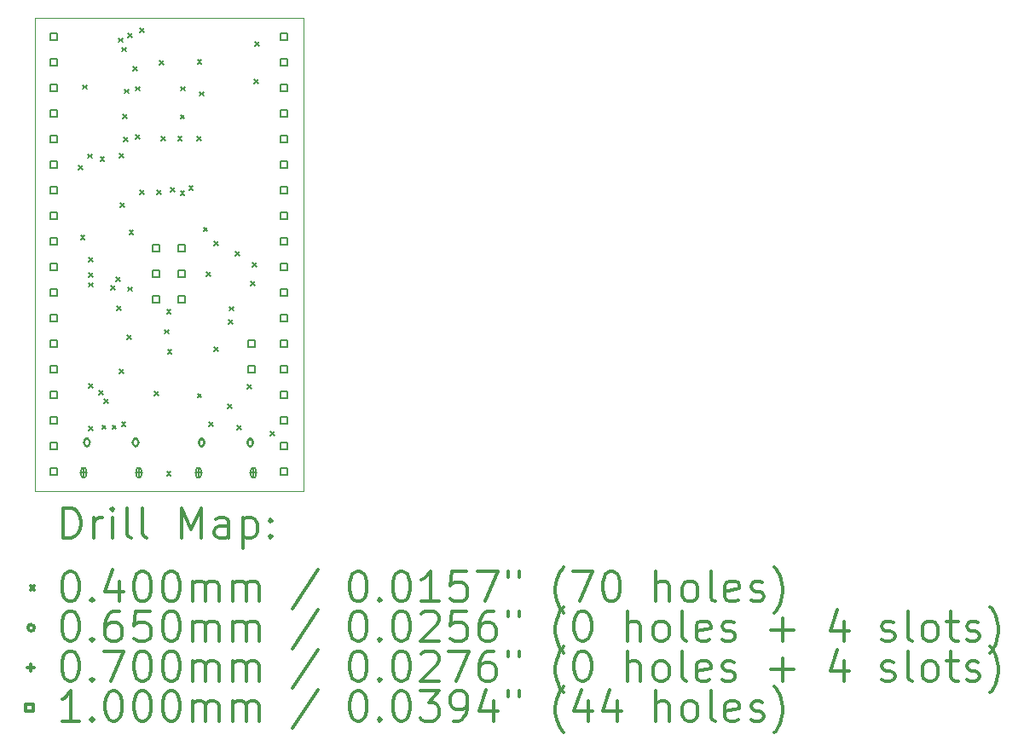
<source format=gbr>
%FSLAX45Y45*%
G04 Gerber Fmt 4.5, Leading zero omitted, Abs format (unit mm)*
G04 Created by KiCad (PCBNEW 5.1.10-88a1d61d58~88~ubuntu18.04.1) date 2021-06-05 10:09:27*
%MOMM*%
%LPD*%
G01*
G04 APERTURE LIST*
%TA.AperFunction,Profile*%
%ADD10C,0.050000*%
%TD*%
%ADD11C,0.200000*%
%ADD12C,0.300000*%
G04 APERTURE END LIST*
D10*
X13589000Y-7150100D02*
X16256000Y-7150100D01*
X16256000Y-7150100D02*
X16256000Y-11849100D01*
X16256000Y-11849100D02*
X13589000Y-11849100D01*
X13589000Y-11849100D02*
X13589000Y-7150100D01*
D11*
X14026327Y-8621719D02*
X14066327Y-8661719D01*
X14066327Y-8621719D02*
X14026327Y-8661719D01*
X14044086Y-9313336D02*
X14084086Y-9353336D01*
X14084086Y-9313336D02*
X14044086Y-9353336D01*
X14066890Y-7818490D02*
X14106890Y-7858490D01*
X14106890Y-7818490D02*
X14066890Y-7858490D01*
X14120054Y-8503477D02*
X14160054Y-8543477D01*
X14160054Y-8503477D02*
X14120054Y-8543477D01*
X14122720Y-9534210D02*
X14162720Y-9574210D01*
X14162720Y-9534210D02*
X14122720Y-9574210D01*
X14122720Y-9783130D02*
X14162720Y-9823130D01*
X14162720Y-9783130D02*
X14122720Y-9823130D01*
X14125260Y-9686610D02*
X14165260Y-9726610D01*
X14165260Y-9686610D02*
X14125260Y-9726610D01*
X14127800Y-10786430D02*
X14167800Y-10826430D01*
X14167800Y-10786430D02*
X14127800Y-10826430D01*
X14127800Y-11206800D02*
X14167800Y-11246800D01*
X14167800Y-11206800D02*
X14127800Y-11246800D01*
X14225694Y-10851800D02*
X14265694Y-10891800D01*
X14265694Y-10851800D02*
X14225694Y-10891800D01*
X14240055Y-8534047D02*
X14280055Y-8574047D01*
X14280055Y-8534047D02*
X14240055Y-8574047D01*
X14255939Y-11196400D02*
X14295939Y-11236400D01*
X14295939Y-11196400D02*
X14255939Y-11236400D01*
X14276058Y-10938193D02*
X14316058Y-10978193D01*
X14316058Y-10938193D02*
X14276058Y-10978193D01*
X14346240Y-9813610D02*
X14386240Y-9853610D01*
X14386240Y-9813610D02*
X14346240Y-9853610D01*
X14357411Y-11196812D02*
X14397411Y-11236812D01*
X14397411Y-11196812D02*
X14357411Y-11236812D01*
X14394500Y-9727250D02*
X14434500Y-9767250D01*
X14434500Y-9727250D02*
X14394500Y-9767250D01*
X14402120Y-10013000D02*
X14442120Y-10053000D01*
X14442120Y-10013000D02*
X14402120Y-10053000D01*
X14423150Y-7352428D02*
X14463150Y-7392428D01*
X14463150Y-7352428D02*
X14423150Y-7392428D01*
X14427799Y-8501915D02*
X14467799Y-8541915D01*
X14467799Y-8501915D02*
X14427799Y-8541915D01*
X14432600Y-10641650D02*
X14472600Y-10681650D01*
X14472600Y-10641650D02*
X14432600Y-10681650D01*
X14439101Y-8991548D02*
X14479101Y-9031548D01*
X14479101Y-8991548D02*
X14439101Y-9031548D01*
X14452231Y-11165041D02*
X14492231Y-11205041D01*
X14492231Y-11165041D02*
X14452231Y-11205041D01*
X14458165Y-7446099D02*
X14498165Y-7486099D01*
X14498165Y-7446099D02*
X14458165Y-7486099D01*
X14464350Y-8108000D02*
X14504350Y-8148000D01*
X14504350Y-8108000D02*
X14464350Y-8148000D01*
X14473240Y-8336600D02*
X14513240Y-8376600D01*
X14513240Y-8336600D02*
X14473240Y-8376600D01*
X14483400Y-7860350D02*
X14523400Y-7900350D01*
X14523400Y-7860350D02*
X14483400Y-7900350D01*
X14504091Y-10300784D02*
X14544091Y-10340784D01*
X14544091Y-10300784D02*
X14504091Y-10340784D01*
X14512317Y-7307158D02*
X14552317Y-7347158D01*
X14552317Y-7307158D02*
X14512317Y-7347158D01*
X14513880Y-9826310D02*
X14553880Y-9866310D01*
X14553880Y-9826310D02*
X14513880Y-9866310D01*
X14527850Y-9263700D02*
X14567850Y-9303700D01*
X14567850Y-9263700D02*
X14527850Y-9303700D01*
X14568341Y-7634142D02*
X14608341Y-7674142D01*
X14608341Y-7634142D02*
X14568341Y-7674142D01*
X14590080Y-8311200D02*
X14630080Y-8351200D01*
X14630080Y-8311200D02*
X14590080Y-8351200D01*
X14591350Y-7834950D02*
X14631350Y-7874950D01*
X14631350Y-7834950D02*
X14591350Y-7874950D01*
X14630720Y-8864920D02*
X14670720Y-8904920D01*
X14670720Y-8864920D02*
X14630720Y-8904920D01*
X14633895Y-7255195D02*
X14673895Y-7295195D01*
X14673895Y-7255195D02*
X14633895Y-7295195D01*
X14778450Y-10859300D02*
X14818450Y-10899300D01*
X14818450Y-10859300D02*
X14778450Y-10899300D01*
X14801201Y-8863138D02*
X14841201Y-8903138D01*
X14841201Y-8863138D02*
X14801201Y-8903138D01*
X14826300Y-7574600D02*
X14866300Y-7614600D01*
X14866300Y-7574600D02*
X14826300Y-7614600D01*
X14847586Y-8328628D02*
X14887586Y-8368628D01*
X14887586Y-8328628D02*
X14847586Y-8368628D01*
X14881259Y-10249625D02*
X14921259Y-10289625D01*
X14921259Y-10249625D02*
X14881259Y-10289625D01*
X14899960Y-10052370D02*
X14939960Y-10092370D01*
X14939960Y-10052370D02*
X14899960Y-10092370D01*
X14899960Y-11658920D02*
X14939960Y-11698920D01*
X14939960Y-11658920D02*
X14899960Y-11698920D01*
X14899960Y-11658920D02*
X14939960Y-11698920D01*
X14939960Y-11658920D02*
X14899960Y-11698920D01*
X14908850Y-10444800D02*
X14948850Y-10484800D01*
X14948850Y-10444800D02*
X14908850Y-10484800D01*
X14941202Y-8838596D02*
X14981202Y-8878596D01*
X14981202Y-8838596D02*
X14941202Y-8878596D01*
X15010450Y-8330250D02*
X15050450Y-8370250D01*
X15050450Y-8330250D02*
X15010450Y-8370250D01*
X15034675Y-8874135D02*
X15074675Y-8914135D01*
X15074675Y-8874135D02*
X15034675Y-8914135D01*
X15035850Y-8114350D02*
X15075850Y-8154350D01*
X15075850Y-8114350D02*
X15035850Y-8154350D01*
X15042200Y-7834950D02*
X15082200Y-7874950D01*
X15082200Y-7834950D02*
X15042200Y-7874950D01*
X15120794Y-8823304D02*
X15160794Y-8863304D01*
X15160794Y-8823304D02*
X15120794Y-8863304D01*
X15200950Y-8330250D02*
X15240950Y-8370250D01*
X15240950Y-8330250D02*
X15200950Y-8370250D01*
X15204125Y-7571425D02*
X15244125Y-7611425D01*
X15244125Y-7571425D02*
X15204125Y-7611425D01*
X15205816Y-10883355D02*
X15245816Y-10923355D01*
X15245816Y-10883355D02*
X15205816Y-10923355D01*
X15226350Y-7885750D02*
X15266350Y-7925750D01*
X15266350Y-7885750D02*
X15226350Y-7925750D01*
X15264450Y-9231950D02*
X15304450Y-9271950D01*
X15304450Y-9231950D02*
X15264450Y-9271950D01*
X15293660Y-9678990D02*
X15333660Y-9718990D01*
X15333660Y-9678990D02*
X15293660Y-9718990D01*
X15321600Y-11168700D02*
X15361600Y-11208700D01*
X15361600Y-11168700D02*
X15321600Y-11208700D01*
X15372400Y-9371650D02*
X15412400Y-9411650D01*
X15412400Y-9371650D02*
X15372400Y-9411650D01*
X15372400Y-10419400D02*
X15412400Y-10459400D01*
X15412400Y-10419400D02*
X15372400Y-10459400D01*
X15504480Y-10988400D02*
X15544480Y-11028400D01*
X15544480Y-10988400D02*
X15504480Y-11028400D01*
X15517180Y-10151430D02*
X15557180Y-10191430D01*
X15557180Y-10151430D02*
X15517180Y-10191430D01*
X15524800Y-10019350D02*
X15564800Y-10059350D01*
X15564800Y-10019350D02*
X15524800Y-10059350D01*
X15581150Y-9473250D02*
X15621150Y-9513250D01*
X15621150Y-9473250D02*
X15581150Y-9513250D01*
X15601000Y-11201720D02*
X15641000Y-11241720D01*
X15641000Y-11201720D02*
X15601000Y-11241720D01*
X15702600Y-10795320D02*
X15742600Y-10835320D01*
X15742600Y-10795320D02*
X15702600Y-10835320D01*
X15733048Y-9773002D02*
X15773048Y-9813002D01*
X15773048Y-9773002D02*
X15733048Y-9813002D01*
X15750497Y-9581200D02*
X15790497Y-9621200D01*
X15790497Y-9581200D02*
X15750497Y-9621200D01*
X15766100Y-7765100D02*
X15806100Y-7805100D01*
X15806100Y-7765100D02*
X15766100Y-7805100D01*
X15774910Y-7389100D02*
X15814910Y-7429100D01*
X15814910Y-7389100D02*
X15774910Y-7429100D01*
X15931200Y-11257600D02*
X15971200Y-11297600D01*
X15971200Y-11257600D02*
X15931200Y-11297600D01*
X14139000Y-11368500D02*
G75*
G03*
X14139000Y-11368500I-32500J0D01*
G01*
X14129000Y-11388500D02*
X14129000Y-11348500D01*
X14084000Y-11388500D02*
X14084000Y-11348500D01*
X14129000Y-11348500D02*
G75*
G03*
X14084000Y-11348500I-22500J0D01*
G01*
X14084000Y-11388500D02*
G75*
G03*
X14129000Y-11388500I22500J0D01*
G01*
X14623000Y-11368500D02*
G75*
G03*
X14623000Y-11368500I-32500J0D01*
G01*
X14613000Y-11388500D02*
X14613000Y-11348500D01*
X14568000Y-11388500D02*
X14568000Y-11348500D01*
X14613000Y-11348500D02*
G75*
G03*
X14568000Y-11348500I-22500J0D01*
G01*
X14568000Y-11388500D02*
G75*
G03*
X14613000Y-11388500I22500J0D01*
G01*
X15277400Y-11369700D02*
G75*
G03*
X15277400Y-11369700I-32500J0D01*
G01*
X15267400Y-11389700D02*
X15267400Y-11349700D01*
X15222400Y-11389700D02*
X15222400Y-11349700D01*
X15267400Y-11349700D02*
G75*
G03*
X15222400Y-11349700I-22500J0D01*
G01*
X15222400Y-11389700D02*
G75*
G03*
X15267400Y-11389700I22500J0D01*
G01*
X15761400Y-11369700D02*
G75*
G03*
X15761400Y-11369700I-32500J0D01*
G01*
X15751400Y-11389700D02*
X15751400Y-11349700D01*
X15706400Y-11389700D02*
X15706400Y-11349700D01*
X15751400Y-11349700D02*
G75*
G03*
X15706400Y-11349700I-22500J0D01*
G01*
X15706400Y-11389700D02*
G75*
G03*
X15751400Y-11389700I22500J0D01*
G01*
X14075500Y-11633500D02*
X14075500Y-11703500D01*
X14040500Y-11668500D02*
X14110500Y-11668500D01*
X14100500Y-11693500D02*
X14100500Y-11643500D01*
X14050500Y-11693500D02*
X14050500Y-11643500D01*
X14100500Y-11643500D02*
G75*
G03*
X14050500Y-11643500I-25000J0D01*
G01*
X14050500Y-11693500D02*
G75*
G03*
X14100500Y-11693500I25000J0D01*
G01*
X14621500Y-11633500D02*
X14621500Y-11703500D01*
X14586500Y-11668500D02*
X14656500Y-11668500D01*
X14646500Y-11693500D02*
X14646500Y-11643500D01*
X14596500Y-11693500D02*
X14596500Y-11643500D01*
X14646500Y-11643500D02*
G75*
G03*
X14596500Y-11643500I-25000J0D01*
G01*
X14596500Y-11693500D02*
G75*
G03*
X14646500Y-11693500I25000J0D01*
G01*
X15213900Y-11634700D02*
X15213900Y-11704700D01*
X15178900Y-11669700D02*
X15248900Y-11669700D01*
X15238900Y-11694700D02*
X15238900Y-11644700D01*
X15188900Y-11694700D02*
X15188900Y-11644700D01*
X15238900Y-11644700D02*
G75*
G03*
X15188900Y-11644700I-25000J0D01*
G01*
X15188900Y-11694700D02*
G75*
G03*
X15238900Y-11694700I25000J0D01*
G01*
X15759900Y-11634700D02*
X15759900Y-11704700D01*
X15724900Y-11669700D02*
X15794900Y-11669700D01*
X15784900Y-11694700D02*
X15784900Y-11644700D01*
X15734900Y-11694700D02*
X15734900Y-11644700D01*
X15784900Y-11644700D02*
G75*
G03*
X15734900Y-11644700I-25000J0D01*
G01*
X15734900Y-11694700D02*
G75*
G03*
X15784900Y-11694700I25000J0D01*
G01*
X13814856Y-7375956D02*
X13814856Y-7305244D01*
X13744144Y-7305244D01*
X13744144Y-7375956D01*
X13814856Y-7375956D01*
X13814856Y-7629956D02*
X13814856Y-7559244D01*
X13744144Y-7559244D01*
X13744144Y-7629956D01*
X13814856Y-7629956D01*
X13814856Y-7883956D02*
X13814856Y-7813244D01*
X13744144Y-7813244D01*
X13744144Y-7883956D01*
X13814856Y-7883956D01*
X13814856Y-8137956D02*
X13814856Y-8067244D01*
X13744144Y-8067244D01*
X13744144Y-8137956D01*
X13814856Y-8137956D01*
X13814856Y-8391956D02*
X13814856Y-8321244D01*
X13744144Y-8321244D01*
X13744144Y-8391956D01*
X13814856Y-8391956D01*
X13814856Y-8645956D02*
X13814856Y-8575244D01*
X13744144Y-8575244D01*
X13744144Y-8645956D01*
X13814856Y-8645956D01*
X13814856Y-8899956D02*
X13814856Y-8829244D01*
X13744144Y-8829244D01*
X13744144Y-8899956D01*
X13814856Y-8899956D01*
X13814856Y-9153956D02*
X13814856Y-9083244D01*
X13744144Y-9083244D01*
X13744144Y-9153956D01*
X13814856Y-9153956D01*
X13814856Y-9407956D02*
X13814856Y-9337244D01*
X13744144Y-9337244D01*
X13744144Y-9407956D01*
X13814856Y-9407956D01*
X13814856Y-9661956D02*
X13814856Y-9591244D01*
X13744144Y-9591244D01*
X13744144Y-9661956D01*
X13814856Y-9661956D01*
X13814856Y-9915956D02*
X13814856Y-9845244D01*
X13744144Y-9845244D01*
X13744144Y-9915956D01*
X13814856Y-9915956D01*
X13814856Y-10169956D02*
X13814856Y-10099244D01*
X13744144Y-10099244D01*
X13744144Y-10169956D01*
X13814856Y-10169956D01*
X13814856Y-10423956D02*
X13814856Y-10353244D01*
X13744144Y-10353244D01*
X13744144Y-10423956D01*
X13814856Y-10423956D01*
X13814856Y-10677956D02*
X13814856Y-10607244D01*
X13744144Y-10607244D01*
X13744144Y-10677956D01*
X13814856Y-10677956D01*
X13814856Y-10931956D02*
X13814856Y-10861244D01*
X13744144Y-10861244D01*
X13744144Y-10931956D01*
X13814856Y-10931956D01*
X13814856Y-11185956D02*
X13814856Y-11115244D01*
X13744144Y-11115244D01*
X13744144Y-11185956D01*
X13814856Y-11185956D01*
X13814856Y-11439956D02*
X13814856Y-11369244D01*
X13744144Y-11369244D01*
X13744144Y-11439956D01*
X13814856Y-11439956D01*
X13814856Y-11693956D02*
X13814856Y-11623244D01*
X13744144Y-11623244D01*
X13744144Y-11693956D01*
X13814856Y-11693956D01*
X14830856Y-9471456D02*
X14830856Y-9400744D01*
X14760144Y-9400744D01*
X14760144Y-9471456D01*
X14830856Y-9471456D01*
X14830856Y-9725456D02*
X14830856Y-9654744D01*
X14760144Y-9654744D01*
X14760144Y-9725456D01*
X14830856Y-9725456D01*
X14830856Y-9979456D02*
X14830856Y-9908744D01*
X14760144Y-9908744D01*
X14760144Y-9979456D01*
X14830856Y-9979456D01*
X15084856Y-9471456D02*
X15084856Y-9400744D01*
X15014144Y-9400744D01*
X15014144Y-9471456D01*
X15084856Y-9471456D01*
X15084856Y-9725456D02*
X15084856Y-9654744D01*
X15014144Y-9654744D01*
X15014144Y-9725456D01*
X15084856Y-9725456D01*
X15084856Y-9979456D02*
X15084856Y-9908744D01*
X15014144Y-9908744D01*
X15014144Y-9979456D01*
X15084856Y-9979456D01*
X15778276Y-10423956D02*
X15778276Y-10353244D01*
X15707564Y-10353244D01*
X15707564Y-10423956D01*
X15778276Y-10423956D01*
X15778276Y-10677956D02*
X15778276Y-10607244D01*
X15707564Y-10607244D01*
X15707564Y-10677956D01*
X15778276Y-10677956D01*
X16100856Y-7375956D02*
X16100856Y-7305244D01*
X16030144Y-7305244D01*
X16030144Y-7375956D01*
X16100856Y-7375956D01*
X16100856Y-7629956D02*
X16100856Y-7559244D01*
X16030144Y-7559244D01*
X16030144Y-7629956D01*
X16100856Y-7629956D01*
X16100856Y-7883956D02*
X16100856Y-7813244D01*
X16030144Y-7813244D01*
X16030144Y-7883956D01*
X16100856Y-7883956D01*
X16100856Y-8137956D02*
X16100856Y-8067244D01*
X16030144Y-8067244D01*
X16030144Y-8137956D01*
X16100856Y-8137956D01*
X16100856Y-8391956D02*
X16100856Y-8321244D01*
X16030144Y-8321244D01*
X16030144Y-8391956D01*
X16100856Y-8391956D01*
X16100856Y-8645956D02*
X16100856Y-8575244D01*
X16030144Y-8575244D01*
X16030144Y-8645956D01*
X16100856Y-8645956D01*
X16100856Y-8899956D02*
X16100856Y-8829244D01*
X16030144Y-8829244D01*
X16030144Y-8899956D01*
X16100856Y-8899956D01*
X16100856Y-9153956D02*
X16100856Y-9083244D01*
X16030144Y-9083244D01*
X16030144Y-9153956D01*
X16100856Y-9153956D01*
X16100856Y-9407956D02*
X16100856Y-9337244D01*
X16030144Y-9337244D01*
X16030144Y-9407956D01*
X16100856Y-9407956D01*
X16100856Y-9661956D02*
X16100856Y-9591244D01*
X16030144Y-9591244D01*
X16030144Y-9661956D01*
X16100856Y-9661956D01*
X16100856Y-9915956D02*
X16100856Y-9845244D01*
X16030144Y-9845244D01*
X16030144Y-9915956D01*
X16100856Y-9915956D01*
X16100856Y-10169956D02*
X16100856Y-10099244D01*
X16030144Y-10099244D01*
X16030144Y-10169956D01*
X16100856Y-10169956D01*
X16100856Y-10423956D02*
X16100856Y-10353244D01*
X16030144Y-10353244D01*
X16030144Y-10423956D01*
X16100856Y-10423956D01*
X16100856Y-10677956D02*
X16100856Y-10607244D01*
X16030144Y-10607244D01*
X16030144Y-10677956D01*
X16100856Y-10677956D01*
X16100856Y-10931956D02*
X16100856Y-10861244D01*
X16030144Y-10861244D01*
X16030144Y-10931956D01*
X16100856Y-10931956D01*
X16100856Y-11185956D02*
X16100856Y-11115244D01*
X16030144Y-11115244D01*
X16030144Y-11185956D01*
X16100856Y-11185956D01*
X16100856Y-11439956D02*
X16100856Y-11369244D01*
X16030144Y-11369244D01*
X16030144Y-11439956D01*
X16100856Y-11439956D01*
X16100856Y-11693956D02*
X16100856Y-11623244D01*
X16030144Y-11623244D01*
X16030144Y-11693956D01*
X16100856Y-11693956D01*
D12*
X13872928Y-12317314D02*
X13872928Y-12017314D01*
X13944357Y-12017314D01*
X13987214Y-12031600D01*
X14015786Y-12060171D01*
X14030071Y-12088743D01*
X14044357Y-12145886D01*
X14044357Y-12188743D01*
X14030071Y-12245886D01*
X14015786Y-12274457D01*
X13987214Y-12303029D01*
X13944357Y-12317314D01*
X13872928Y-12317314D01*
X14172928Y-12317314D02*
X14172928Y-12117314D01*
X14172928Y-12174457D02*
X14187214Y-12145886D01*
X14201500Y-12131600D01*
X14230071Y-12117314D01*
X14258643Y-12117314D01*
X14358643Y-12317314D02*
X14358643Y-12117314D01*
X14358643Y-12017314D02*
X14344357Y-12031600D01*
X14358643Y-12045886D01*
X14372928Y-12031600D01*
X14358643Y-12017314D01*
X14358643Y-12045886D01*
X14544357Y-12317314D02*
X14515786Y-12303029D01*
X14501500Y-12274457D01*
X14501500Y-12017314D01*
X14701500Y-12317314D02*
X14672928Y-12303029D01*
X14658643Y-12274457D01*
X14658643Y-12017314D01*
X15044357Y-12317314D02*
X15044357Y-12017314D01*
X15144357Y-12231600D01*
X15244357Y-12017314D01*
X15244357Y-12317314D01*
X15515786Y-12317314D02*
X15515786Y-12160171D01*
X15501500Y-12131600D01*
X15472928Y-12117314D01*
X15415786Y-12117314D01*
X15387214Y-12131600D01*
X15515786Y-12303029D02*
X15487214Y-12317314D01*
X15415786Y-12317314D01*
X15387214Y-12303029D01*
X15372928Y-12274457D01*
X15372928Y-12245886D01*
X15387214Y-12217314D01*
X15415786Y-12203029D01*
X15487214Y-12203029D01*
X15515786Y-12188743D01*
X15658643Y-12117314D02*
X15658643Y-12417314D01*
X15658643Y-12131600D02*
X15687214Y-12117314D01*
X15744357Y-12117314D01*
X15772928Y-12131600D01*
X15787214Y-12145886D01*
X15801500Y-12174457D01*
X15801500Y-12260171D01*
X15787214Y-12288743D01*
X15772928Y-12303029D01*
X15744357Y-12317314D01*
X15687214Y-12317314D01*
X15658643Y-12303029D01*
X15930071Y-12288743D02*
X15944357Y-12303029D01*
X15930071Y-12317314D01*
X15915786Y-12303029D01*
X15930071Y-12288743D01*
X15930071Y-12317314D01*
X15930071Y-12131600D02*
X15944357Y-12145886D01*
X15930071Y-12160171D01*
X15915786Y-12145886D01*
X15930071Y-12131600D01*
X15930071Y-12160171D01*
X13546500Y-12791600D02*
X13586500Y-12831600D01*
X13586500Y-12791600D02*
X13546500Y-12831600D01*
X13930071Y-12647314D02*
X13958643Y-12647314D01*
X13987214Y-12661600D01*
X14001500Y-12675886D01*
X14015786Y-12704457D01*
X14030071Y-12761600D01*
X14030071Y-12833029D01*
X14015786Y-12890171D01*
X14001500Y-12918743D01*
X13987214Y-12933029D01*
X13958643Y-12947314D01*
X13930071Y-12947314D01*
X13901500Y-12933029D01*
X13887214Y-12918743D01*
X13872928Y-12890171D01*
X13858643Y-12833029D01*
X13858643Y-12761600D01*
X13872928Y-12704457D01*
X13887214Y-12675886D01*
X13901500Y-12661600D01*
X13930071Y-12647314D01*
X14158643Y-12918743D02*
X14172928Y-12933029D01*
X14158643Y-12947314D01*
X14144357Y-12933029D01*
X14158643Y-12918743D01*
X14158643Y-12947314D01*
X14430071Y-12747314D02*
X14430071Y-12947314D01*
X14358643Y-12633029D02*
X14287214Y-12847314D01*
X14472928Y-12847314D01*
X14644357Y-12647314D02*
X14672928Y-12647314D01*
X14701500Y-12661600D01*
X14715786Y-12675886D01*
X14730071Y-12704457D01*
X14744357Y-12761600D01*
X14744357Y-12833029D01*
X14730071Y-12890171D01*
X14715786Y-12918743D01*
X14701500Y-12933029D01*
X14672928Y-12947314D01*
X14644357Y-12947314D01*
X14615786Y-12933029D01*
X14601500Y-12918743D01*
X14587214Y-12890171D01*
X14572928Y-12833029D01*
X14572928Y-12761600D01*
X14587214Y-12704457D01*
X14601500Y-12675886D01*
X14615786Y-12661600D01*
X14644357Y-12647314D01*
X14930071Y-12647314D02*
X14958643Y-12647314D01*
X14987214Y-12661600D01*
X15001500Y-12675886D01*
X15015786Y-12704457D01*
X15030071Y-12761600D01*
X15030071Y-12833029D01*
X15015786Y-12890171D01*
X15001500Y-12918743D01*
X14987214Y-12933029D01*
X14958643Y-12947314D01*
X14930071Y-12947314D01*
X14901500Y-12933029D01*
X14887214Y-12918743D01*
X14872928Y-12890171D01*
X14858643Y-12833029D01*
X14858643Y-12761600D01*
X14872928Y-12704457D01*
X14887214Y-12675886D01*
X14901500Y-12661600D01*
X14930071Y-12647314D01*
X15158643Y-12947314D02*
X15158643Y-12747314D01*
X15158643Y-12775886D02*
X15172928Y-12761600D01*
X15201500Y-12747314D01*
X15244357Y-12747314D01*
X15272928Y-12761600D01*
X15287214Y-12790171D01*
X15287214Y-12947314D01*
X15287214Y-12790171D02*
X15301500Y-12761600D01*
X15330071Y-12747314D01*
X15372928Y-12747314D01*
X15401500Y-12761600D01*
X15415786Y-12790171D01*
X15415786Y-12947314D01*
X15558643Y-12947314D02*
X15558643Y-12747314D01*
X15558643Y-12775886D02*
X15572928Y-12761600D01*
X15601500Y-12747314D01*
X15644357Y-12747314D01*
X15672928Y-12761600D01*
X15687214Y-12790171D01*
X15687214Y-12947314D01*
X15687214Y-12790171D02*
X15701500Y-12761600D01*
X15730071Y-12747314D01*
X15772928Y-12747314D01*
X15801500Y-12761600D01*
X15815786Y-12790171D01*
X15815786Y-12947314D01*
X16401500Y-12633029D02*
X16144357Y-13018743D01*
X16787214Y-12647314D02*
X16815786Y-12647314D01*
X16844357Y-12661600D01*
X16858643Y-12675886D01*
X16872928Y-12704457D01*
X16887214Y-12761600D01*
X16887214Y-12833029D01*
X16872928Y-12890171D01*
X16858643Y-12918743D01*
X16844357Y-12933029D01*
X16815786Y-12947314D01*
X16787214Y-12947314D01*
X16758643Y-12933029D01*
X16744357Y-12918743D01*
X16730071Y-12890171D01*
X16715786Y-12833029D01*
X16715786Y-12761600D01*
X16730071Y-12704457D01*
X16744357Y-12675886D01*
X16758643Y-12661600D01*
X16787214Y-12647314D01*
X17015786Y-12918743D02*
X17030071Y-12933029D01*
X17015786Y-12947314D01*
X17001500Y-12933029D01*
X17015786Y-12918743D01*
X17015786Y-12947314D01*
X17215786Y-12647314D02*
X17244357Y-12647314D01*
X17272928Y-12661600D01*
X17287214Y-12675886D01*
X17301500Y-12704457D01*
X17315786Y-12761600D01*
X17315786Y-12833029D01*
X17301500Y-12890171D01*
X17287214Y-12918743D01*
X17272928Y-12933029D01*
X17244357Y-12947314D01*
X17215786Y-12947314D01*
X17187214Y-12933029D01*
X17172928Y-12918743D01*
X17158643Y-12890171D01*
X17144357Y-12833029D01*
X17144357Y-12761600D01*
X17158643Y-12704457D01*
X17172928Y-12675886D01*
X17187214Y-12661600D01*
X17215786Y-12647314D01*
X17601500Y-12947314D02*
X17430071Y-12947314D01*
X17515786Y-12947314D02*
X17515786Y-12647314D01*
X17487214Y-12690171D01*
X17458643Y-12718743D01*
X17430071Y-12733029D01*
X17872928Y-12647314D02*
X17730071Y-12647314D01*
X17715786Y-12790171D01*
X17730071Y-12775886D01*
X17758643Y-12761600D01*
X17830071Y-12761600D01*
X17858643Y-12775886D01*
X17872928Y-12790171D01*
X17887214Y-12818743D01*
X17887214Y-12890171D01*
X17872928Y-12918743D01*
X17858643Y-12933029D01*
X17830071Y-12947314D01*
X17758643Y-12947314D01*
X17730071Y-12933029D01*
X17715786Y-12918743D01*
X17987214Y-12647314D02*
X18187214Y-12647314D01*
X18058643Y-12947314D01*
X18287214Y-12647314D02*
X18287214Y-12704457D01*
X18401500Y-12647314D02*
X18401500Y-12704457D01*
X18844357Y-13061600D02*
X18830071Y-13047314D01*
X18801500Y-13004457D01*
X18787214Y-12975886D01*
X18772928Y-12933029D01*
X18758643Y-12861600D01*
X18758643Y-12804457D01*
X18772928Y-12733029D01*
X18787214Y-12690171D01*
X18801500Y-12661600D01*
X18830071Y-12618743D01*
X18844357Y-12604457D01*
X18930071Y-12647314D02*
X19130071Y-12647314D01*
X19001500Y-12947314D01*
X19301500Y-12647314D02*
X19330071Y-12647314D01*
X19358643Y-12661600D01*
X19372928Y-12675886D01*
X19387214Y-12704457D01*
X19401500Y-12761600D01*
X19401500Y-12833029D01*
X19387214Y-12890171D01*
X19372928Y-12918743D01*
X19358643Y-12933029D01*
X19330071Y-12947314D01*
X19301500Y-12947314D01*
X19272928Y-12933029D01*
X19258643Y-12918743D01*
X19244357Y-12890171D01*
X19230071Y-12833029D01*
X19230071Y-12761600D01*
X19244357Y-12704457D01*
X19258643Y-12675886D01*
X19272928Y-12661600D01*
X19301500Y-12647314D01*
X19758643Y-12947314D02*
X19758643Y-12647314D01*
X19887214Y-12947314D02*
X19887214Y-12790171D01*
X19872928Y-12761600D01*
X19844357Y-12747314D01*
X19801500Y-12747314D01*
X19772928Y-12761600D01*
X19758643Y-12775886D01*
X20072928Y-12947314D02*
X20044357Y-12933029D01*
X20030071Y-12918743D01*
X20015786Y-12890171D01*
X20015786Y-12804457D01*
X20030071Y-12775886D01*
X20044357Y-12761600D01*
X20072928Y-12747314D01*
X20115786Y-12747314D01*
X20144357Y-12761600D01*
X20158643Y-12775886D01*
X20172928Y-12804457D01*
X20172928Y-12890171D01*
X20158643Y-12918743D01*
X20144357Y-12933029D01*
X20115786Y-12947314D01*
X20072928Y-12947314D01*
X20344357Y-12947314D02*
X20315786Y-12933029D01*
X20301500Y-12904457D01*
X20301500Y-12647314D01*
X20572928Y-12933029D02*
X20544357Y-12947314D01*
X20487214Y-12947314D01*
X20458643Y-12933029D01*
X20444357Y-12904457D01*
X20444357Y-12790171D01*
X20458643Y-12761600D01*
X20487214Y-12747314D01*
X20544357Y-12747314D01*
X20572928Y-12761600D01*
X20587214Y-12790171D01*
X20587214Y-12818743D01*
X20444357Y-12847314D01*
X20701500Y-12933029D02*
X20730071Y-12947314D01*
X20787214Y-12947314D01*
X20815786Y-12933029D01*
X20830071Y-12904457D01*
X20830071Y-12890171D01*
X20815786Y-12861600D01*
X20787214Y-12847314D01*
X20744357Y-12847314D01*
X20715786Y-12833029D01*
X20701500Y-12804457D01*
X20701500Y-12790171D01*
X20715786Y-12761600D01*
X20744357Y-12747314D01*
X20787214Y-12747314D01*
X20815786Y-12761600D01*
X20930071Y-13061600D02*
X20944357Y-13047314D01*
X20972928Y-13004457D01*
X20987214Y-12975886D01*
X21001500Y-12933029D01*
X21015786Y-12861600D01*
X21015786Y-12804457D01*
X21001500Y-12733029D01*
X20987214Y-12690171D01*
X20972928Y-12661600D01*
X20944357Y-12618743D01*
X20930071Y-12604457D01*
X13586500Y-13207600D02*
G75*
G03*
X13586500Y-13207600I-32500J0D01*
G01*
X13930071Y-13043314D02*
X13958643Y-13043314D01*
X13987214Y-13057600D01*
X14001500Y-13071886D01*
X14015786Y-13100457D01*
X14030071Y-13157600D01*
X14030071Y-13229029D01*
X14015786Y-13286171D01*
X14001500Y-13314743D01*
X13987214Y-13329029D01*
X13958643Y-13343314D01*
X13930071Y-13343314D01*
X13901500Y-13329029D01*
X13887214Y-13314743D01*
X13872928Y-13286171D01*
X13858643Y-13229029D01*
X13858643Y-13157600D01*
X13872928Y-13100457D01*
X13887214Y-13071886D01*
X13901500Y-13057600D01*
X13930071Y-13043314D01*
X14158643Y-13314743D02*
X14172928Y-13329029D01*
X14158643Y-13343314D01*
X14144357Y-13329029D01*
X14158643Y-13314743D01*
X14158643Y-13343314D01*
X14430071Y-13043314D02*
X14372928Y-13043314D01*
X14344357Y-13057600D01*
X14330071Y-13071886D01*
X14301500Y-13114743D01*
X14287214Y-13171886D01*
X14287214Y-13286171D01*
X14301500Y-13314743D01*
X14315786Y-13329029D01*
X14344357Y-13343314D01*
X14401500Y-13343314D01*
X14430071Y-13329029D01*
X14444357Y-13314743D01*
X14458643Y-13286171D01*
X14458643Y-13214743D01*
X14444357Y-13186171D01*
X14430071Y-13171886D01*
X14401500Y-13157600D01*
X14344357Y-13157600D01*
X14315786Y-13171886D01*
X14301500Y-13186171D01*
X14287214Y-13214743D01*
X14730071Y-13043314D02*
X14587214Y-13043314D01*
X14572928Y-13186171D01*
X14587214Y-13171886D01*
X14615786Y-13157600D01*
X14687214Y-13157600D01*
X14715786Y-13171886D01*
X14730071Y-13186171D01*
X14744357Y-13214743D01*
X14744357Y-13286171D01*
X14730071Y-13314743D01*
X14715786Y-13329029D01*
X14687214Y-13343314D01*
X14615786Y-13343314D01*
X14587214Y-13329029D01*
X14572928Y-13314743D01*
X14930071Y-13043314D02*
X14958643Y-13043314D01*
X14987214Y-13057600D01*
X15001500Y-13071886D01*
X15015786Y-13100457D01*
X15030071Y-13157600D01*
X15030071Y-13229029D01*
X15015786Y-13286171D01*
X15001500Y-13314743D01*
X14987214Y-13329029D01*
X14958643Y-13343314D01*
X14930071Y-13343314D01*
X14901500Y-13329029D01*
X14887214Y-13314743D01*
X14872928Y-13286171D01*
X14858643Y-13229029D01*
X14858643Y-13157600D01*
X14872928Y-13100457D01*
X14887214Y-13071886D01*
X14901500Y-13057600D01*
X14930071Y-13043314D01*
X15158643Y-13343314D02*
X15158643Y-13143314D01*
X15158643Y-13171886D02*
X15172928Y-13157600D01*
X15201500Y-13143314D01*
X15244357Y-13143314D01*
X15272928Y-13157600D01*
X15287214Y-13186171D01*
X15287214Y-13343314D01*
X15287214Y-13186171D02*
X15301500Y-13157600D01*
X15330071Y-13143314D01*
X15372928Y-13143314D01*
X15401500Y-13157600D01*
X15415786Y-13186171D01*
X15415786Y-13343314D01*
X15558643Y-13343314D02*
X15558643Y-13143314D01*
X15558643Y-13171886D02*
X15572928Y-13157600D01*
X15601500Y-13143314D01*
X15644357Y-13143314D01*
X15672928Y-13157600D01*
X15687214Y-13186171D01*
X15687214Y-13343314D01*
X15687214Y-13186171D02*
X15701500Y-13157600D01*
X15730071Y-13143314D01*
X15772928Y-13143314D01*
X15801500Y-13157600D01*
X15815786Y-13186171D01*
X15815786Y-13343314D01*
X16401500Y-13029029D02*
X16144357Y-13414743D01*
X16787214Y-13043314D02*
X16815786Y-13043314D01*
X16844357Y-13057600D01*
X16858643Y-13071886D01*
X16872928Y-13100457D01*
X16887214Y-13157600D01*
X16887214Y-13229029D01*
X16872928Y-13286171D01*
X16858643Y-13314743D01*
X16844357Y-13329029D01*
X16815786Y-13343314D01*
X16787214Y-13343314D01*
X16758643Y-13329029D01*
X16744357Y-13314743D01*
X16730071Y-13286171D01*
X16715786Y-13229029D01*
X16715786Y-13157600D01*
X16730071Y-13100457D01*
X16744357Y-13071886D01*
X16758643Y-13057600D01*
X16787214Y-13043314D01*
X17015786Y-13314743D02*
X17030071Y-13329029D01*
X17015786Y-13343314D01*
X17001500Y-13329029D01*
X17015786Y-13314743D01*
X17015786Y-13343314D01*
X17215786Y-13043314D02*
X17244357Y-13043314D01*
X17272928Y-13057600D01*
X17287214Y-13071886D01*
X17301500Y-13100457D01*
X17315786Y-13157600D01*
X17315786Y-13229029D01*
X17301500Y-13286171D01*
X17287214Y-13314743D01*
X17272928Y-13329029D01*
X17244357Y-13343314D01*
X17215786Y-13343314D01*
X17187214Y-13329029D01*
X17172928Y-13314743D01*
X17158643Y-13286171D01*
X17144357Y-13229029D01*
X17144357Y-13157600D01*
X17158643Y-13100457D01*
X17172928Y-13071886D01*
X17187214Y-13057600D01*
X17215786Y-13043314D01*
X17430071Y-13071886D02*
X17444357Y-13057600D01*
X17472928Y-13043314D01*
X17544357Y-13043314D01*
X17572928Y-13057600D01*
X17587214Y-13071886D01*
X17601500Y-13100457D01*
X17601500Y-13129029D01*
X17587214Y-13171886D01*
X17415786Y-13343314D01*
X17601500Y-13343314D01*
X17872928Y-13043314D02*
X17730071Y-13043314D01*
X17715786Y-13186171D01*
X17730071Y-13171886D01*
X17758643Y-13157600D01*
X17830071Y-13157600D01*
X17858643Y-13171886D01*
X17872928Y-13186171D01*
X17887214Y-13214743D01*
X17887214Y-13286171D01*
X17872928Y-13314743D01*
X17858643Y-13329029D01*
X17830071Y-13343314D01*
X17758643Y-13343314D01*
X17730071Y-13329029D01*
X17715786Y-13314743D01*
X18144357Y-13043314D02*
X18087214Y-13043314D01*
X18058643Y-13057600D01*
X18044357Y-13071886D01*
X18015786Y-13114743D01*
X18001500Y-13171886D01*
X18001500Y-13286171D01*
X18015786Y-13314743D01*
X18030071Y-13329029D01*
X18058643Y-13343314D01*
X18115786Y-13343314D01*
X18144357Y-13329029D01*
X18158643Y-13314743D01*
X18172928Y-13286171D01*
X18172928Y-13214743D01*
X18158643Y-13186171D01*
X18144357Y-13171886D01*
X18115786Y-13157600D01*
X18058643Y-13157600D01*
X18030071Y-13171886D01*
X18015786Y-13186171D01*
X18001500Y-13214743D01*
X18287214Y-13043314D02*
X18287214Y-13100457D01*
X18401500Y-13043314D02*
X18401500Y-13100457D01*
X18844357Y-13457600D02*
X18830071Y-13443314D01*
X18801500Y-13400457D01*
X18787214Y-13371886D01*
X18772928Y-13329029D01*
X18758643Y-13257600D01*
X18758643Y-13200457D01*
X18772928Y-13129029D01*
X18787214Y-13086171D01*
X18801500Y-13057600D01*
X18830071Y-13014743D01*
X18844357Y-13000457D01*
X19015786Y-13043314D02*
X19044357Y-13043314D01*
X19072928Y-13057600D01*
X19087214Y-13071886D01*
X19101500Y-13100457D01*
X19115786Y-13157600D01*
X19115786Y-13229029D01*
X19101500Y-13286171D01*
X19087214Y-13314743D01*
X19072928Y-13329029D01*
X19044357Y-13343314D01*
X19015786Y-13343314D01*
X18987214Y-13329029D01*
X18972928Y-13314743D01*
X18958643Y-13286171D01*
X18944357Y-13229029D01*
X18944357Y-13157600D01*
X18958643Y-13100457D01*
X18972928Y-13071886D01*
X18987214Y-13057600D01*
X19015786Y-13043314D01*
X19472928Y-13343314D02*
X19472928Y-13043314D01*
X19601500Y-13343314D02*
X19601500Y-13186171D01*
X19587214Y-13157600D01*
X19558643Y-13143314D01*
X19515786Y-13143314D01*
X19487214Y-13157600D01*
X19472928Y-13171886D01*
X19787214Y-13343314D02*
X19758643Y-13329029D01*
X19744357Y-13314743D01*
X19730071Y-13286171D01*
X19730071Y-13200457D01*
X19744357Y-13171886D01*
X19758643Y-13157600D01*
X19787214Y-13143314D01*
X19830071Y-13143314D01*
X19858643Y-13157600D01*
X19872928Y-13171886D01*
X19887214Y-13200457D01*
X19887214Y-13286171D01*
X19872928Y-13314743D01*
X19858643Y-13329029D01*
X19830071Y-13343314D01*
X19787214Y-13343314D01*
X20058643Y-13343314D02*
X20030071Y-13329029D01*
X20015786Y-13300457D01*
X20015786Y-13043314D01*
X20287214Y-13329029D02*
X20258643Y-13343314D01*
X20201500Y-13343314D01*
X20172928Y-13329029D01*
X20158643Y-13300457D01*
X20158643Y-13186171D01*
X20172928Y-13157600D01*
X20201500Y-13143314D01*
X20258643Y-13143314D01*
X20287214Y-13157600D01*
X20301500Y-13186171D01*
X20301500Y-13214743D01*
X20158643Y-13243314D01*
X20415786Y-13329029D02*
X20444357Y-13343314D01*
X20501500Y-13343314D01*
X20530071Y-13329029D01*
X20544357Y-13300457D01*
X20544357Y-13286171D01*
X20530071Y-13257600D01*
X20501500Y-13243314D01*
X20458643Y-13243314D01*
X20430071Y-13229029D01*
X20415786Y-13200457D01*
X20415786Y-13186171D01*
X20430071Y-13157600D01*
X20458643Y-13143314D01*
X20501500Y-13143314D01*
X20530071Y-13157600D01*
X20901500Y-13229029D02*
X21130071Y-13229029D01*
X21015786Y-13343314D02*
X21015786Y-13114743D01*
X21630071Y-13143314D02*
X21630071Y-13343314D01*
X21558643Y-13029029D02*
X21487214Y-13243314D01*
X21672928Y-13243314D01*
X22001500Y-13329029D02*
X22030071Y-13343314D01*
X22087214Y-13343314D01*
X22115786Y-13329029D01*
X22130071Y-13300457D01*
X22130071Y-13286171D01*
X22115786Y-13257600D01*
X22087214Y-13243314D01*
X22044357Y-13243314D01*
X22015786Y-13229029D01*
X22001500Y-13200457D01*
X22001500Y-13186171D01*
X22015786Y-13157600D01*
X22044357Y-13143314D01*
X22087214Y-13143314D01*
X22115786Y-13157600D01*
X22301500Y-13343314D02*
X22272928Y-13329029D01*
X22258643Y-13300457D01*
X22258643Y-13043314D01*
X22458643Y-13343314D02*
X22430071Y-13329029D01*
X22415786Y-13314743D01*
X22401500Y-13286171D01*
X22401500Y-13200457D01*
X22415786Y-13171886D01*
X22430071Y-13157600D01*
X22458643Y-13143314D01*
X22501500Y-13143314D01*
X22530071Y-13157600D01*
X22544357Y-13171886D01*
X22558643Y-13200457D01*
X22558643Y-13286171D01*
X22544357Y-13314743D01*
X22530071Y-13329029D01*
X22501500Y-13343314D01*
X22458643Y-13343314D01*
X22644357Y-13143314D02*
X22758643Y-13143314D01*
X22687214Y-13043314D02*
X22687214Y-13300457D01*
X22701500Y-13329029D01*
X22730071Y-13343314D01*
X22758643Y-13343314D01*
X22844357Y-13329029D02*
X22872928Y-13343314D01*
X22930071Y-13343314D01*
X22958643Y-13329029D01*
X22972928Y-13300457D01*
X22972928Y-13286171D01*
X22958643Y-13257600D01*
X22930071Y-13243314D01*
X22887214Y-13243314D01*
X22858643Y-13229029D01*
X22844357Y-13200457D01*
X22844357Y-13186171D01*
X22858643Y-13157600D01*
X22887214Y-13143314D01*
X22930071Y-13143314D01*
X22958643Y-13157600D01*
X23072928Y-13457600D02*
X23087214Y-13443314D01*
X23115786Y-13400457D01*
X23130071Y-13371886D01*
X23144357Y-13329029D01*
X23158643Y-13257600D01*
X23158643Y-13200457D01*
X23144357Y-13129029D01*
X23130071Y-13086171D01*
X23115786Y-13057600D01*
X23087214Y-13014743D01*
X23072928Y-13000457D01*
X13551500Y-13568600D02*
X13551500Y-13638600D01*
X13516500Y-13603600D02*
X13586500Y-13603600D01*
X13930071Y-13439314D02*
X13958643Y-13439314D01*
X13987214Y-13453600D01*
X14001500Y-13467886D01*
X14015786Y-13496457D01*
X14030071Y-13553600D01*
X14030071Y-13625029D01*
X14015786Y-13682171D01*
X14001500Y-13710743D01*
X13987214Y-13725029D01*
X13958643Y-13739314D01*
X13930071Y-13739314D01*
X13901500Y-13725029D01*
X13887214Y-13710743D01*
X13872928Y-13682171D01*
X13858643Y-13625029D01*
X13858643Y-13553600D01*
X13872928Y-13496457D01*
X13887214Y-13467886D01*
X13901500Y-13453600D01*
X13930071Y-13439314D01*
X14158643Y-13710743D02*
X14172928Y-13725029D01*
X14158643Y-13739314D01*
X14144357Y-13725029D01*
X14158643Y-13710743D01*
X14158643Y-13739314D01*
X14272928Y-13439314D02*
X14472928Y-13439314D01*
X14344357Y-13739314D01*
X14644357Y-13439314D02*
X14672928Y-13439314D01*
X14701500Y-13453600D01*
X14715786Y-13467886D01*
X14730071Y-13496457D01*
X14744357Y-13553600D01*
X14744357Y-13625029D01*
X14730071Y-13682171D01*
X14715786Y-13710743D01*
X14701500Y-13725029D01*
X14672928Y-13739314D01*
X14644357Y-13739314D01*
X14615786Y-13725029D01*
X14601500Y-13710743D01*
X14587214Y-13682171D01*
X14572928Y-13625029D01*
X14572928Y-13553600D01*
X14587214Y-13496457D01*
X14601500Y-13467886D01*
X14615786Y-13453600D01*
X14644357Y-13439314D01*
X14930071Y-13439314D02*
X14958643Y-13439314D01*
X14987214Y-13453600D01*
X15001500Y-13467886D01*
X15015786Y-13496457D01*
X15030071Y-13553600D01*
X15030071Y-13625029D01*
X15015786Y-13682171D01*
X15001500Y-13710743D01*
X14987214Y-13725029D01*
X14958643Y-13739314D01*
X14930071Y-13739314D01*
X14901500Y-13725029D01*
X14887214Y-13710743D01*
X14872928Y-13682171D01*
X14858643Y-13625029D01*
X14858643Y-13553600D01*
X14872928Y-13496457D01*
X14887214Y-13467886D01*
X14901500Y-13453600D01*
X14930071Y-13439314D01*
X15158643Y-13739314D02*
X15158643Y-13539314D01*
X15158643Y-13567886D02*
X15172928Y-13553600D01*
X15201500Y-13539314D01*
X15244357Y-13539314D01*
X15272928Y-13553600D01*
X15287214Y-13582171D01*
X15287214Y-13739314D01*
X15287214Y-13582171D02*
X15301500Y-13553600D01*
X15330071Y-13539314D01*
X15372928Y-13539314D01*
X15401500Y-13553600D01*
X15415786Y-13582171D01*
X15415786Y-13739314D01*
X15558643Y-13739314D02*
X15558643Y-13539314D01*
X15558643Y-13567886D02*
X15572928Y-13553600D01*
X15601500Y-13539314D01*
X15644357Y-13539314D01*
X15672928Y-13553600D01*
X15687214Y-13582171D01*
X15687214Y-13739314D01*
X15687214Y-13582171D02*
X15701500Y-13553600D01*
X15730071Y-13539314D01*
X15772928Y-13539314D01*
X15801500Y-13553600D01*
X15815786Y-13582171D01*
X15815786Y-13739314D01*
X16401500Y-13425029D02*
X16144357Y-13810743D01*
X16787214Y-13439314D02*
X16815786Y-13439314D01*
X16844357Y-13453600D01*
X16858643Y-13467886D01*
X16872928Y-13496457D01*
X16887214Y-13553600D01*
X16887214Y-13625029D01*
X16872928Y-13682171D01*
X16858643Y-13710743D01*
X16844357Y-13725029D01*
X16815786Y-13739314D01*
X16787214Y-13739314D01*
X16758643Y-13725029D01*
X16744357Y-13710743D01*
X16730071Y-13682171D01*
X16715786Y-13625029D01*
X16715786Y-13553600D01*
X16730071Y-13496457D01*
X16744357Y-13467886D01*
X16758643Y-13453600D01*
X16787214Y-13439314D01*
X17015786Y-13710743D02*
X17030071Y-13725029D01*
X17015786Y-13739314D01*
X17001500Y-13725029D01*
X17015786Y-13710743D01*
X17015786Y-13739314D01*
X17215786Y-13439314D02*
X17244357Y-13439314D01*
X17272928Y-13453600D01*
X17287214Y-13467886D01*
X17301500Y-13496457D01*
X17315786Y-13553600D01*
X17315786Y-13625029D01*
X17301500Y-13682171D01*
X17287214Y-13710743D01*
X17272928Y-13725029D01*
X17244357Y-13739314D01*
X17215786Y-13739314D01*
X17187214Y-13725029D01*
X17172928Y-13710743D01*
X17158643Y-13682171D01*
X17144357Y-13625029D01*
X17144357Y-13553600D01*
X17158643Y-13496457D01*
X17172928Y-13467886D01*
X17187214Y-13453600D01*
X17215786Y-13439314D01*
X17430071Y-13467886D02*
X17444357Y-13453600D01*
X17472928Y-13439314D01*
X17544357Y-13439314D01*
X17572928Y-13453600D01*
X17587214Y-13467886D01*
X17601500Y-13496457D01*
X17601500Y-13525029D01*
X17587214Y-13567886D01*
X17415786Y-13739314D01*
X17601500Y-13739314D01*
X17701500Y-13439314D02*
X17901500Y-13439314D01*
X17772928Y-13739314D01*
X18144357Y-13439314D02*
X18087214Y-13439314D01*
X18058643Y-13453600D01*
X18044357Y-13467886D01*
X18015786Y-13510743D01*
X18001500Y-13567886D01*
X18001500Y-13682171D01*
X18015786Y-13710743D01*
X18030071Y-13725029D01*
X18058643Y-13739314D01*
X18115786Y-13739314D01*
X18144357Y-13725029D01*
X18158643Y-13710743D01*
X18172928Y-13682171D01*
X18172928Y-13610743D01*
X18158643Y-13582171D01*
X18144357Y-13567886D01*
X18115786Y-13553600D01*
X18058643Y-13553600D01*
X18030071Y-13567886D01*
X18015786Y-13582171D01*
X18001500Y-13610743D01*
X18287214Y-13439314D02*
X18287214Y-13496457D01*
X18401500Y-13439314D02*
X18401500Y-13496457D01*
X18844357Y-13853600D02*
X18830071Y-13839314D01*
X18801500Y-13796457D01*
X18787214Y-13767886D01*
X18772928Y-13725029D01*
X18758643Y-13653600D01*
X18758643Y-13596457D01*
X18772928Y-13525029D01*
X18787214Y-13482171D01*
X18801500Y-13453600D01*
X18830071Y-13410743D01*
X18844357Y-13396457D01*
X19015786Y-13439314D02*
X19044357Y-13439314D01*
X19072928Y-13453600D01*
X19087214Y-13467886D01*
X19101500Y-13496457D01*
X19115786Y-13553600D01*
X19115786Y-13625029D01*
X19101500Y-13682171D01*
X19087214Y-13710743D01*
X19072928Y-13725029D01*
X19044357Y-13739314D01*
X19015786Y-13739314D01*
X18987214Y-13725029D01*
X18972928Y-13710743D01*
X18958643Y-13682171D01*
X18944357Y-13625029D01*
X18944357Y-13553600D01*
X18958643Y-13496457D01*
X18972928Y-13467886D01*
X18987214Y-13453600D01*
X19015786Y-13439314D01*
X19472928Y-13739314D02*
X19472928Y-13439314D01*
X19601500Y-13739314D02*
X19601500Y-13582171D01*
X19587214Y-13553600D01*
X19558643Y-13539314D01*
X19515786Y-13539314D01*
X19487214Y-13553600D01*
X19472928Y-13567886D01*
X19787214Y-13739314D02*
X19758643Y-13725029D01*
X19744357Y-13710743D01*
X19730071Y-13682171D01*
X19730071Y-13596457D01*
X19744357Y-13567886D01*
X19758643Y-13553600D01*
X19787214Y-13539314D01*
X19830071Y-13539314D01*
X19858643Y-13553600D01*
X19872928Y-13567886D01*
X19887214Y-13596457D01*
X19887214Y-13682171D01*
X19872928Y-13710743D01*
X19858643Y-13725029D01*
X19830071Y-13739314D01*
X19787214Y-13739314D01*
X20058643Y-13739314D02*
X20030071Y-13725029D01*
X20015786Y-13696457D01*
X20015786Y-13439314D01*
X20287214Y-13725029D02*
X20258643Y-13739314D01*
X20201500Y-13739314D01*
X20172928Y-13725029D01*
X20158643Y-13696457D01*
X20158643Y-13582171D01*
X20172928Y-13553600D01*
X20201500Y-13539314D01*
X20258643Y-13539314D01*
X20287214Y-13553600D01*
X20301500Y-13582171D01*
X20301500Y-13610743D01*
X20158643Y-13639314D01*
X20415786Y-13725029D02*
X20444357Y-13739314D01*
X20501500Y-13739314D01*
X20530071Y-13725029D01*
X20544357Y-13696457D01*
X20544357Y-13682171D01*
X20530071Y-13653600D01*
X20501500Y-13639314D01*
X20458643Y-13639314D01*
X20430071Y-13625029D01*
X20415786Y-13596457D01*
X20415786Y-13582171D01*
X20430071Y-13553600D01*
X20458643Y-13539314D01*
X20501500Y-13539314D01*
X20530071Y-13553600D01*
X20901500Y-13625029D02*
X21130071Y-13625029D01*
X21015786Y-13739314D02*
X21015786Y-13510743D01*
X21630071Y-13539314D02*
X21630071Y-13739314D01*
X21558643Y-13425029D02*
X21487214Y-13639314D01*
X21672928Y-13639314D01*
X22001500Y-13725029D02*
X22030071Y-13739314D01*
X22087214Y-13739314D01*
X22115786Y-13725029D01*
X22130071Y-13696457D01*
X22130071Y-13682171D01*
X22115786Y-13653600D01*
X22087214Y-13639314D01*
X22044357Y-13639314D01*
X22015786Y-13625029D01*
X22001500Y-13596457D01*
X22001500Y-13582171D01*
X22015786Y-13553600D01*
X22044357Y-13539314D01*
X22087214Y-13539314D01*
X22115786Y-13553600D01*
X22301500Y-13739314D02*
X22272928Y-13725029D01*
X22258643Y-13696457D01*
X22258643Y-13439314D01*
X22458643Y-13739314D02*
X22430071Y-13725029D01*
X22415786Y-13710743D01*
X22401500Y-13682171D01*
X22401500Y-13596457D01*
X22415786Y-13567886D01*
X22430071Y-13553600D01*
X22458643Y-13539314D01*
X22501500Y-13539314D01*
X22530071Y-13553600D01*
X22544357Y-13567886D01*
X22558643Y-13596457D01*
X22558643Y-13682171D01*
X22544357Y-13710743D01*
X22530071Y-13725029D01*
X22501500Y-13739314D01*
X22458643Y-13739314D01*
X22644357Y-13539314D02*
X22758643Y-13539314D01*
X22687214Y-13439314D02*
X22687214Y-13696457D01*
X22701500Y-13725029D01*
X22730071Y-13739314D01*
X22758643Y-13739314D01*
X22844357Y-13725029D02*
X22872928Y-13739314D01*
X22930071Y-13739314D01*
X22958643Y-13725029D01*
X22972928Y-13696457D01*
X22972928Y-13682171D01*
X22958643Y-13653600D01*
X22930071Y-13639314D01*
X22887214Y-13639314D01*
X22858643Y-13625029D01*
X22844357Y-13596457D01*
X22844357Y-13582171D01*
X22858643Y-13553600D01*
X22887214Y-13539314D01*
X22930071Y-13539314D01*
X22958643Y-13553600D01*
X23072928Y-13853600D02*
X23087214Y-13839314D01*
X23115786Y-13796457D01*
X23130071Y-13767886D01*
X23144357Y-13725029D01*
X23158643Y-13653600D01*
X23158643Y-13596457D01*
X23144357Y-13525029D01*
X23130071Y-13482171D01*
X23115786Y-13453600D01*
X23087214Y-13410743D01*
X23072928Y-13396457D01*
X13571856Y-14034956D02*
X13571856Y-13964244D01*
X13501144Y-13964244D01*
X13501144Y-14034956D01*
X13571856Y-14034956D01*
X14030071Y-14135314D02*
X13858643Y-14135314D01*
X13944357Y-14135314D02*
X13944357Y-13835314D01*
X13915786Y-13878171D01*
X13887214Y-13906743D01*
X13858643Y-13921029D01*
X14158643Y-14106743D02*
X14172928Y-14121029D01*
X14158643Y-14135314D01*
X14144357Y-14121029D01*
X14158643Y-14106743D01*
X14158643Y-14135314D01*
X14358643Y-13835314D02*
X14387214Y-13835314D01*
X14415786Y-13849600D01*
X14430071Y-13863886D01*
X14444357Y-13892457D01*
X14458643Y-13949600D01*
X14458643Y-14021029D01*
X14444357Y-14078171D01*
X14430071Y-14106743D01*
X14415786Y-14121029D01*
X14387214Y-14135314D01*
X14358643Y-14135314D01*
X14330071Y-14121029D01*
X14315786Y-14106743D01*
X14301500Y-14078171D01*
X14287214Y-14021029D01*
X14287214Y-13949600D01*
X14301500Y-13892457D01*
X14315786Y-13863886D01*
X14330071Y-13849600D01*
X14358643Y-13835314D01*
X14644357Y-13835314D02*
X14672928Y-13835314D01*
X14701500Y-13849600D01*
X14715786Y-13863886D01*
X14730071Y-13892457D01*
X14744357Y-13949600D01*
X14744357Y-14021029D01*
X14730071Y-14078171D01*
X14715786Y-14106743D01*
X14701500Y-14121029D01*
X14672928Y-14135314D01*
X14644357Y-14135314D01*
X14615786Y-14121029D01*
X14601500Y-14106743D01*
X14587214Y-14078171D01*
X14572928Y-14021029D01*
X14572928Y-13949600D01*
X14587214Y-13892457D01*
X14601500Y-13863886D01*
X14615786Y-13849600D01*
X14644357Y-13835314D01*
X14930071Y-13835314D02*
X14958643Y-13835314D01*
X14987214Y-13849600D01*
X15001500Y-13863886D01*
X15015786Y-13892457D01*
X15030071Y-13949600D01*
X15030071Y-14021029D01*
X15015786Y-14078171D01*
X15001500Y-14106743D01*
X14987214Y-14121029D01*
X14958643Y-14135314D01*
X14930071Y-14135314D01*
X14901500Y-14121029D01*
X14887214Y-14106743D01*
X14872928Y-14078171D01*
X14858643Y-14021029D01*
X14858643Y-13949600D01*
X14872928Y-13892457D01*
X14887214Y-13863886D01*
X14901500Y-13849600D01*
X14930071Y-13835314D01*
X15158643Y-14135314D02*
X15158643Y-13935314D01*
X15158643Y-13963886D02*
X15172928Y-13949600D01*
X15201500Y-13935314D01*
X15244357Y-13935314D01*
X15272928Y-13949600D01*
X15287214Y-13978171D01*
X15287214Y-14135314D01*
X15287214Y-13978171D02*
X15301500Y-13949600D01*
X15330071Y-13935314D01*
X15372928Y-13935314D01*
X15401500Y-13949600D01*
X15415786Y-13978171D01*
X15415786Y-14135314D01*
X15558643Y-14135314D02*
X15558643Y-13935314D01*
X15558643Y-13963886D02*
X15572928Y-13949600D01*
X15601500Y-13935314D01*
X15644357Y-13935314D01*
X15672928Y-13949600D01*
X15687214Y-13978171D01*
X15687214Y-14135314D01*
X15687214Y-13978171D02*
X15701500Y-13949600D01*
X15730071Y-13935314D01*
X15772928Y-13935314D01*
X15801500Y-13949600D01*
X15815786Y-13978171D01*
X15815786Y-14135314D01*
X16401500Y-13821029D02*
X16144357Y-14206743D01*
X16787214Y-13835314D02*
X16815786Y-13835314D01*
X16844357Y-13849600D01*
X16858643Y-13863886D01*
X16872928Y-13892457D01*
X16887214Y-13949600D01*
X16887214Y-14021029D01*
X16872928Y-14078171D01*
X16858643Y-14106743D01*
X16844357Y-14121029D01*
X16815786Y-14135314D01*
X16787214Y-14135314D01*
X16758643Y-14121029D01*
X16744357Y-14106743D01*
X16730071Y-14078171D01*
X16715786Y-14021029D01*
X16715786Y-13949600D01*
X16730071Y-13892457D01*
X16744357Y-13863886D01*
X16758643Y-13849600D01*
X16787214Y-13835314D01*
X17015786Y-14106743D02*
X17030071Y-14121029D01*
X17015786Y-14135314D01*
X17001500Y-14121029D01*
X17015786Y-14106743D01*
X17015786Y-14135314D01*
X17215786Y-13835314D02*
X17244357Y-13835314D01*
X17272928Y-13849600D01*
X17287214Y-13863886D01*
X17301500Y-13892457D01*
X17315786Y-13949600D01*
X17315786Y-14021029D01*
X17301500Y-14078171D01*
X17287214Y-14106743D01*
X17272928Y-14121029D01*
X17244357Y-14135314D01*
X17215786Y-14135314D01*
X17187214Y-14121029D01*
X17172928Y-14106743D01*
X17158643Y-14078171D01*
X17144357Y-14021029D01*
X17144357Y-13949600D01*
X17158643Y-13892457D01*
X17172928Y-13863886D01*
X17187214Y-13849600D01*
X17215786Y-13835314D01*
X17415786Y-13835314D02*
X17601500Y-13835314D01*
X17501500Y-13949600D01*
X17544357Y-13949600D01*
X17572928Y-13963886D01*
X17587214Y-13978171D01*
X17601500Y-14006743D01*
X17601500Y-14078171D01*
X17587214Y-14106743D01*
X17572928Y-14121029D01*
X17544357Y-14135314D01*
X17458643Y-14135314D01*
X17430071Y-14121029D01*
X17415786Y-14106743D01*
X17744357Y-14135314D02*
X17801500Y-14135314D01*
X17830071Y-14121029D01*
X17844357Y-14106743D01*
X17872928Y-14063886D01*
X17887214Y-14006743D01*
X17887214Y-13892457D01*
X17872928Y-13863886D01*
X17858643Y-13849600D01*
X17830071Y-13835314D01*
X17772928Y-13835314D01*
X17744357Y-13849600D01*
X17730071Y-13863886D01*
X17715786Y-13892457D01*
X17715786Y-13963886D01*
X17730071Y-13992457D01*
X17744357Y-14006743D01*
X17772928Y-14021029D01*
X17830071Y-14021029D01*
X17858643Y-14006743D01*
X17872928Y-13992457D01*
X17887214Y-13963886D01*
X18144357Y-13935314D02*
X18144357Y-14135314D01*
X18072928Y-13821029D02*
X18001500Y-14035314D01*
X18187214Y-14035314D01*
X18287214Y-13835314D02*
X18287214Y-13892457D01*
X18401500Y-13835314D02*
X18401500Y-13892457D01*
X18844357Y-14249600D02*
X18830071Y-14235314D01*
X18801500Y-14192457D01*
X18787214Y-14163886D01*
X18772928Y-14121029D01*
X18758643Y-14049600D01*
X18758643Y-13992457D01*
X18772928Y-13921029D01*
X18787214Y-13878171D01*
X18801500Y-13849600D01*
X18830071Y-13806743D01*
X18844357Y-13792457D01*
X19087214Y-13935314D02*
X19087214Y-14135314D01*
X19015786Y-13821029D02*
X18944357Y-14035314D01*
X19130071Y-14035314D01*
X19372928Y-13935314D02*
X19372928Y-14135314D01*
X19301500Y-13821029D02*
X19230071Y-14035314D01*
X19415786Y-14035314D01*
X19758643Y-14135314D02*
X19758643Y-13835314D01*
X19887214Y-14135314D02*
X19887214Y-13978171D01*
X19872928Y-13949600D01*
X19844357Y-13935314D01*
X19801500Y-13935314D01*
X19772928Y-13949600D01*
X19758643Y-13963886D01*
X20072928Y-14135314D02*
X20044357Y-14121029D01*
X20030071Y-14106743D01*
X20015786Y-14078171D01*
X20015786Y-13992457D01*
X20030071Y-13963886D01*
X20044357Y-13949600D01*
X20072928Y-13935314D01*
X20115786Y-13935314D01*
X20144357Y-13949600D01*
X20158643Y-13963886D01*
X20172928Y-13992457D01*
X20172928Y-14078171D01*
X20158643Y-14106743D01*
X20144357Y-14121029D01*
X20115786Y-14135314D01*
X20072928Y-14135314D01*
X20344357Y-14135314D02*
X20315786Y-14121029D01*
X20301500Y-14092457D01*
X20301500Y-13835314D01*
X20572928Y-14121029D02*
X20544357Y-14135314D01*
X20487214Y-14135314D01*
X20458643Y-14121029D01*
X20444357Y-14092457D01*
X20444357Y-13978171D01*
X20458643Y-13949600D01*
X20487214Y-13935314D01*
X20544357Y-13935314D01*
X20572928Y-13949600D01*
X20587214Y-13978171D01*
X20587214Y-14006743D01*
X20444357Y-14035314D01*
X20701500Y-14121029D02*
X20730071Y-14135314D01*
X20787214Y-14135314D01*
X20815786Y-14121029D01*
X20830071Y-14092457D01*
X20830071Y-14078171D01*
X20815786Y-14049600D01*
X20787214Y-14035314D01*
X20744357Y-14035314D01*
X20715786Y-14021029D01*
X20701500Y-13992457D01*
X20701500Y-13978171D01*
X20715786Y-13949600D01*
X20744357Y-13935314D01*
X20787214Y-13935314D01*
X20815786Y-13949600D01*
X20930071Y-14249600D02*
X20944357Y-14235314D01*
X20972928Y-14192457D01*
X20987214Y-14163886D01*
X21001500Y-14121029D01*
X21015786Y-14049600D01*
X21015786Y-13992457D01*
X21001500Y-13921029D01*
X20987214Y-13878171D01*
X20972928Y-13849600D01*
X20944357Y-13806743D01*
X20930071Y-13792457D01*
M02*

</source>
